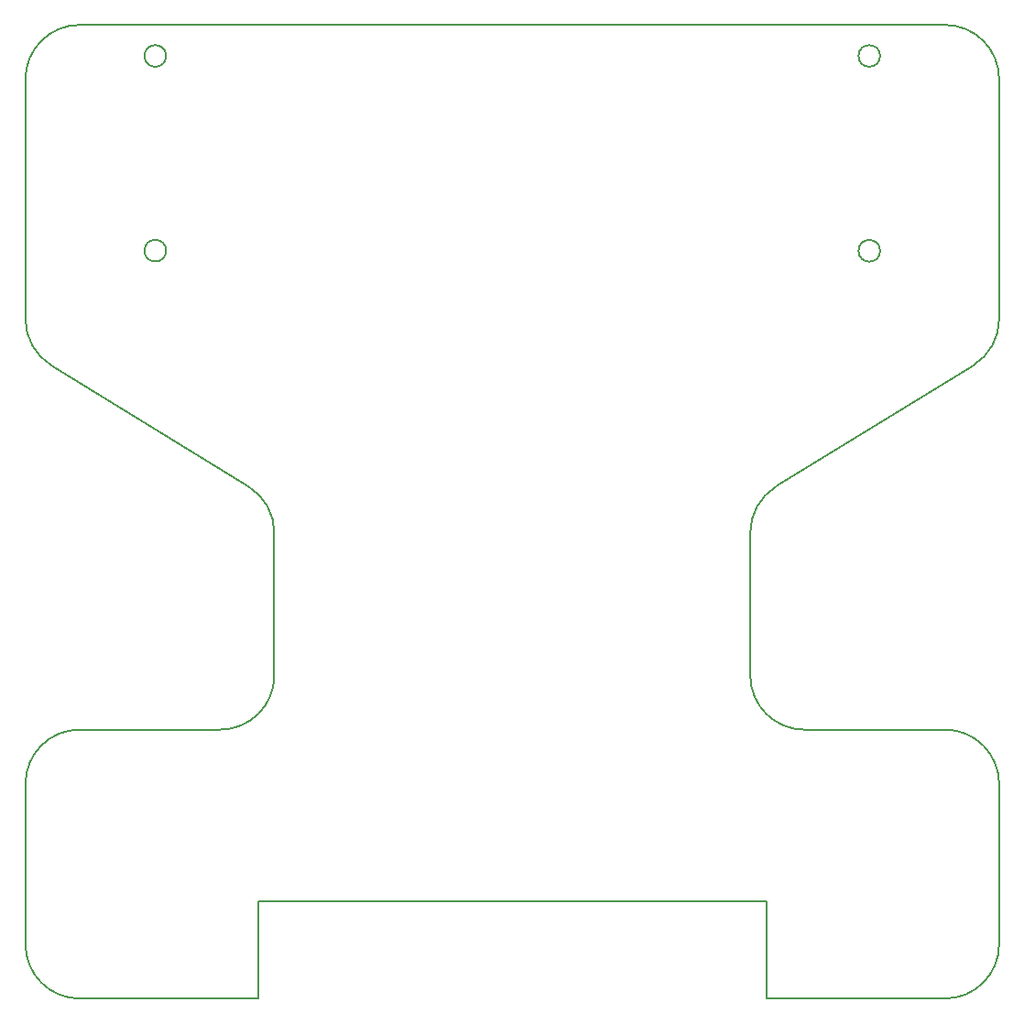
<source format=gm1>
%TF.GenerationSoftware,KiCad,Pcbnew,(5.1.6)-1*%
%TF.CreationDate,2022-02-26T01:19:58-08:00*%
%TF.ProjectId,seguilineas_actualizado,73656775-696c-4696-9e65-61735f616374,rev?*%
%TF.SameCoordinates,Original*%
%TF.FileFunction,Profile,NP*%
%FSLAX46Y46*%
G04 Gerber Fmt 4.6, Leading zero omitted, Abs format (unit mm)*
G04 Created by KiCad (PCBNEW (5.1.6)-1) date 2022-02-26 01:19:58*
%MOMM*%
%LPD*%
G01*
G04 APERTURE LIST*
%TA.AperFunction,Profile*%
%ADD10C,0.150000*%
%TD*%
%TA.AperFunction,Profile*%
%ADD11C,0.200000*%
%TD*%
G04 APERTURE END LIST*
D10*
X170390000Y-61790000D02*
G75*
G03*
X170390000Y-61790000I-1000000J0D01*
G01*
X170390000Y-43790000D02*
G75*
G03*
X170390000Y-43790000I-1000000J0D01*
G01*
X236390000Y-61800000D02*
G75*
G03*
X236390000Y-61800000I-1000000J0D01*
G01*
X236390000Y-43790000D02*
G75*
G03*
X236390000Y-43790000I-1000000J0D01*
G01*
D11*
X247390000Y-125920000D02*
G75*
G02*
X242390000Y-130920000I-5000000J0D01*
G01*
X224390000Y-87856132D02*
G75*
G02*
X226771085Y-83598064I5000000J-1191D01*
G01*
X180390000Y-87857323D02*
X180390000Y-101062135D01*
X247390000Y-68126004D02*
G75*
G02*
X245008914Y-72384071I-5000000J1192D01*
G01*
X159771085Y-72384071D02*
X178008914Y-83598064D01*
X242390000Y-40920000D02*
X162390000Y-40920000D01*
X157390000Y-111062135D02*
G75*
G02*
X162390000Y-106062135I5000000J0D01*
G01*
X242390000Y-106062135D02*
G75*
G02*
X247390000Y-111062135I0J-5000000D01*
G01*
X157390000Y-45920000D02*
X157390000Y-68124812D01*
X247390000Y-68124812D02*
X247390000Y-45920000D01*
X229390000Y-106062136D02*
G75*
G02*
X224389999Y-101062135I0J5000001D01*
G01*
X157390000Y-45920000D02*
G75*
G02*
X162390000Y-40920000I5000000J0D01*
G01*
X180390000Y-101062135D02*
G75*
G02*
X175390000Y-106062135I-5000000J0D01*
G01*
X242390000Y-40920001D02*
G75*
G02*
X247389999Y-45920000I0J-4999999D01*
G01*
X162390000Y-130920000D02*
G75*
G02*
X157390000Y-125920000I0J5000000D01*
G01*
X159770070Y-72383447D02*
G75*
G02*
X157390000Y-68124812I2619930J4258635D01*
G01*
X178009930Y-83598688D02*
G75*
G02*
X180390000Y-87857323I-2619930J-4258635D01*
G01*
X178890000Y-121920000D02*
X225890000Y-121920000D01*
X225890000Y-130920000D02*
X242390000Y-130920000D01*
X157390000Y-111062135D02*
X157390000Y-125920000D01*
X225890000Y-121920000D02*
X225890000Y-130920000D01*
X242390000Y-106062135D02*
X229390000Y-106062135D01*
X247390000Y-125920000D02*
X247390000Y-111062135D01*
X226771085Y-83598064D02*
X245008914Y-72384071D01*
X175390000Y-106062135D02*
X162390000Y-106062135D01*
X162390000Y-130920000D02*
X178890000Y-130920000D01*
X224390000Y-101062135D02*
X224390000Y-87857323D01*
X178890000Y-130920000D02*
X178890000Y-121920000D01*
M02*

</source>
